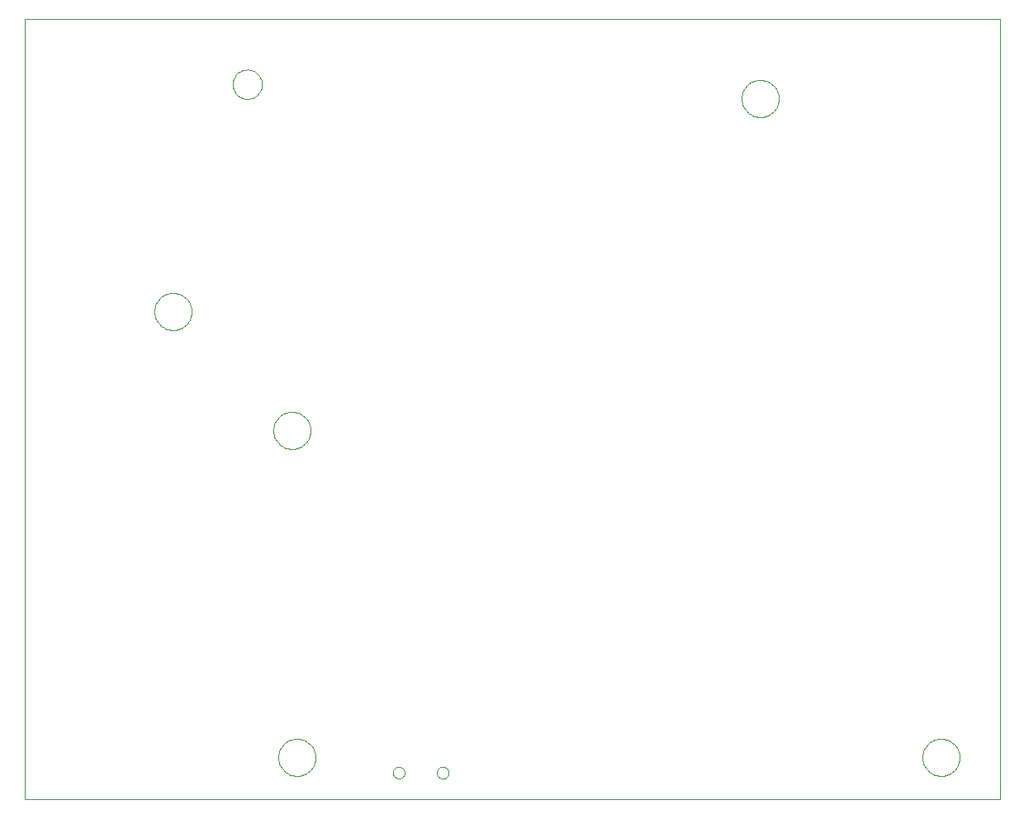
<source format=gko>
G75*
G70*
%OFA0B0*%
%FSLAX24Y24*%
%IPPOS*%
%LPD*%
%AMOC8*
5,1,8,0,0,1.08239X$1,22.5*
%
%ADD10C,0.0000*%
D10*
X001700Y027810D02*
X001700Y059306D01*
X041070Y059306D01*
X041070Y027810D01*
X001700Y027810D01*
X011950Y029510D02*
X011952Y029564D01*
X011958Y029618D01*
X011968Y029671D01*
X011981Y029724D01*
X011998Y029775D01*
X012019Y029825D01*
X012044Y029873D01*
X012072Y029920D01*
X012103Y029964D01*
X012137Y030006D01*
X012174Y030045D01*
X012214Y030082D01*
X012257Y030115D01*
X012302Y030146D01*
X012349Y030173D01*
X012397Y030196D01*
X012448Y030216D01*
X012499Y030233D01*
X012552Y030245D01*
X012605Y030254D01*
X012659Y030259D01*
X012714Y030260D01*
X012768Y030257D01*
X012821Y030250D01*
X012874Y030239D01*
X012927Y030225D01*
X012978Y030207D01*
X013027Y030185D01*
X013075Y030160D01*
X013121Y030131D01*
X013165Y030099D01*
X013206Y030064D01*
X013244Y030026D01*
X013280Y029985D01*
X013313Y029942D01*
X013343Y029897D01*
X013369Y029849D01*
X013392Y029800D01*
X013411Y029749D01*
X013426Y029698D01*
X013438Y029645D01*
X013446Y029591D01*
X013450Y029537D01*
X013450Y029483D01*
X013446Y029429D01*
X013438Y029375D01*
X013426Y029322D01*
X013411Y029271D01*
X013392Y029220D01*
X013369Y029171D01*
X013343Y029123D01*
X013313Y029078D01*
X013280Y029035D01*
X013244Y028994D01*
X013206Y028956D01*
X013165Y028921D01*
X013121Y028889D01*
X013075Y028860D01*
X013027Y028835D01*
X012978Y028813D01*
X012927Y028795D01*
X012874Y028781D01*
X012821Y028770D01*
X012768Y028763D01*
X012714Y028760D01*
X012659Y028761D01*
X012605Y028766D01*
X012552Y028775D01*
X012499Y028787D01*
X012448Y028804D01*
X012397Y028824D01*
X012349Y028847D01*
X012302Y028874D01*
X012257Y028905D01*
X012214Y028938D01*
X012174Y028975D01*
X012137Y029014D01*
X012103Y029056D01*
X012072Y029100D01*
X012044Y029147D01*
X012019Y029195D01*
X011998Y029245D01*
X011981Y029296D01*
X011968Y029349D01*
X011958Y029402D01*
X011952Y029456D01*
X011950Y029510D01*
X016578Y028893D02*
X016580Y028923D01*
X016586Y028953D01*
X016595Y028982D01*
X016608Y029009D01*
X016625Y029034D01*
X016644Y029057D01*
X016667Y029078D01*
X016692Y029095D01*
X016718Y029109D01*
X016747Y029119D01*
X016776Y029126D01*
X016806Y029129D01*
X016837Y029128D01*
X016867Y029123D01*
X016896Y029114D01*
X016923Y029102D01*
X016949Y029087D01*
X016973Y029068D01*
X016994Y029046D01*
X017012Y029022D01*
X017027Y028995D01*
X017038Y028967D01*
X017046Y028938D01*
X017050Y028908D01*
X017050Y028878D01*
X017046Y028848D01*
X017038Y028819D01*
X017027Y028791D01*
X017012Y028764D01*
X016994Y028740D01*
X016973Y028718D01*
X016949Y028699D01*
X016923Y028684D01*
X016896Y028672D01*
X016867Y028663D01*
X016837Y028658D01*
X016806Y028657D01*
X016776Y028660D01*
X016747Y028667D01*
X016718Y028677D01*
X016692Y028691D01*
X016667Y028708D01*
X016644Y028729D01*
X016625Y028752D01*
X016608Y028777D01*
X016595Y028804D01*
X016586Y028833D01*
X016580Y028863D01*
X016578Y028893D01*
X018350Y028893D02*
X018352Y028923D01*
X018358Y028953D01*
X018367Y028982D01*
X018380Y029009D01*
X018397Y029034D01*
X018416Y029057D01*
X018439Y029078D01*
X018464Y029095D01*
X018490Y029109D01*
X018519Y029119D01*
X018548Y029126D01*
X018578Y029129D01*
X018609Y029128D01*
X018639Y029123D01*
X018668Y029114D01*
X018695Y029102D01*
X018721Y029087D01*
X018745Y029068D01*
X018766Y029046D01*
X018784Y029022D01*
X018799Y028995D01*
X018810Y028967D01*
X018818Y028938D01*
X018822Y028908D01*
X018822Y028878D01*
X018818Y028848D01*
X018810Y028819D01*
X018799Y028791D01*
X018784Y028764D01*
X018766Y028740D01*
X018745Y028718D01*
X018721Y028699D01*
X018695Y028684D01*
X018668Y028672D01*
X018639Y028663D01*
X018609Y028658D01*
X018578Y028657D01*
X018548Y028660D01*
X018519Y028667D01*
X018490Y028677D01*
X018464Y028691D01*
X018439Y028708D01*
X018416Y028729D01*
X018397Y028752D01*
X018380Y028777D01*
X018367Y028804D01*
X018358Y028833D01*
X018352Y028863D01*
X018350Y028893D01*
X011750Y042710D02*
X011752Y042764D01*
X011758Y042818D01*
X011768Y042871D01*
X011781Y042924D01*
X011798Y042975D01*
X011819Y043025D01*
X011844Y043073D01*
X011872Y043120D01*
X011903Y043164D01*
X011937Y043206D01*
X011974Y043245D01*
X012014Y043282D01*
X012057Y043315D01*
X012102Y043346D01*
X012149Y043373D01*
X012197Y043396D01*
X012248Y043416D01*
X012299Y043433D01*
X012352Y043445D01*
X012405Y043454D01*
X012459Y043459D01*
X012514Y043460D01*
X012568Y043457D01*
X012621Y043450D01*
X012674Y043439D01*
X012727Y043425D01*
X012778Y043407D01*
X012827Y043385D01*
X012875Y043360D01*
X012921Y043331D01*
X012965Y043299D01*
X013006Y043264D01*
X013044Y043226D01*
X013080Y043185D01*
X013113Y043142D01*
X013143Y043097D01*
X013169Y043049D01*
X013192Y043000D01*
X013211Y042949D01*
X013226Y042898D01*
X013238Y042845D01*
X013246Y042791D01*
X013250Y042737D01*
X013250Y042683D01*
X013246Y042629D01*
X013238Y042575D01*
X013226Y042522D01*
X013211Y042471D01*
X013192Y042420D01*
X013169Y042371D01*
X013143Y042323D01*
X013113Y042278D01*
X013080Y042235D01*
X013044Y042194D01*
X013006Y042156D01*
X012965Y042121D01*
X012921Y042089D01*
X012875Y042060D01*
X012827Y042035D01*
X012778Y042013D01*
X012727Y041995D01*
X012674Y041981D01*
X012621Y041970D01*
X012568Y041963D01*
X012514Y041960D01*
X012459Y041961D01*
X012405Y041966D01*
X012352Y041975D01*
X012299Y041987D01*
X012248Y042004D01*
X012197Y042024D01*
X012149Y042047D01*
X012102Y042074D01*
X012057Y042105D01*
X012014Y042138D01*
X011974Y042175D01*
X011937Y042214D01*
X011903Y042256D01*
X011872Y042300D01*
X011844Y042347D01*
X011819Y042395D01*
X011798Y042445D01*
X011781Y042496D01*
X011768Y042549D01*
X011758Y042602D01*
X011752Y042656D01*
X011750Y042710D01*
X006950Y047510D02*
X006952Y047564D01*
X006958Y047618D01*
X006968Y047671D01*
X006981Y047724D01*
X006998Y047775D01*
X007019Y047825D01*
X007044Y047873D01*
X007072Y047920D01*
X007103Y047964D01*
X007137Y048006D01*
X007174Y048045D01*
X007214Y048082D01*
X007257Y048115D01*
X007302Y048146D01*
X007349Y048173D01*
X007397Y048196D01*
X007448Y048216D01*
X007499Y048233D01*
X007552Y048245D01*
X007605Y048254D01*
X007659Y048259D01*
X007714Y048260D01*
X007768Y048257D01*
X007821Y048250D01*
X007874Y048239D01*
X007927Y048225D01*
X007978Y048207D01*
X008027Y048185D01*
X008075Y048160D01*
X008121Y048131D01*
X008165Y048099D01*
X008206Y048064D01*
X008244Y048026D01*
X008280Y047985D01*
X008313Y047942D01*
X008343Y047897D01*
X008369Y047849D01*
X008392Y047800D01*
X008411Y047749D01*
X008426Y047698D01*
X008438Y047645D01*
X008446Y047591D01*
X008450Y047537D01*
X008450Y047483D01*
X008446Y047429D01*
X008438Y047375D01*
X008426Y047322D01*
X008411Y047271D01*
X008392Y047220D01*
X008369Y047171D01*
X008343Y047123D01*
X008313Y047078D01*
X008280Y047035D01*
X008244Y046994D01*
X008206Y046956D01*
X008165Y046921D01*
X008121Y046889D01*
X008075Y046860D01*
X008027Y046835D01*
X007978Y046813D01*
X007927Y046795D01*
X007874Y046781D01*
X007821Y046770D01*
X007768Y046763D01*
X007714Y046760D01*
X007659Y046761D01*
X007605Y046766D01*
X007552Y046775D01*
X007499Y046787D01*
X007448Y046804D01*
X007397Y046824D01*
X007349Y046847D01*
X007302Y046874D01*
X007257Y046905D01*
X007214Y046938D01*
X007174Y046975D01*
X007137Y047014D01*
X007103Y047056D01*
X007072Y047100D01*
X007044Y047147D01*
X007019Y047195D01*
X006998Y047245D01*
X006981Y047296D01*
X006968Y047349D01*
X006958Y047402D01*
X006952Y047456D01*
X006950Y047510D01*
X010109Y056684D02*
X010111Y056732D01*
X010117Y056780D01*
X010127Y056827D01*
X010140Y056873D01*
X010158Y056918D01*
X010178Y056962D01*
X010203Y057004D01*
X010231Y057043D01*
X010261Y057080D01*
X010295Y057114D01*
X010332Y057146D01*
X010370Y057175D01*
X010411Y057200D01*
X010454Y057222D01*
X010499Y057240D01*
X010545Y057254D01*
X010592Y057265D01*
X010640Y057272D01*
X010688Y057275D01*
X010736Y057274D01*
X010784Y057269D01*
X010832Y057260D01*
X010878Y057248D01*
X010923Y057231D01*
X010967Y057211D01*
X011009Y057188D01*
X011049Y057161D01*
X011087Y057131D01*
X011122Y057098D01*
X011154Y057062D01*
X011184Y057024D01*
X011210Y056983D01*
X011232Y056940D01*
X011252Y056896D01*
X011267Y056851D01*
X011279Y056804D01*
X011287Y056756D01*
X011291Y056708D01*
X011291Y056660D01*
X011287Y056612D01*
X011279Y056564D01*
X011267Y056517D01*
X011252Y056472D01*
X011232Y056428D01*
X011210Y056385D01*
X011184Y056344D01*
X011154Y056306D01*
X011122Y056270D01*
X011087Y056237D01*
X011049Y056207D01*
X011009Y056180D01*
X010967Y056157D01*
X010923Y056137D01*
X010878Y056120D01*
X010832Y056108D01*
X010784Y056099D01*
X010736Y056094D01*
X010688Y056093D01*
X010640Y056096D01*
X010592Y056103D01*
X010545Y056114D01*
X010499Y056128D01*
X010454Y056146D01*
X010411Y056168D01*
X010370Y056193D01*
X010332Y056222D01*
X010295Y056254D01*
X010261Y056288D01*
X010231Y056325D01*
X010203Y056364D01*
X010178Y056406D01*
X010158Y056450D01*
X010140Y056495D01*
X010127Y056541D01*
X010117Y056588D01*
X010111Y056636D01*
X010109Y056684D01*
X030650Y056110D02*
X030652Y056164D01*
X030658Y056218D01*
X030668Y056271D01*
X030681Y056324D01*
X030698Y056375D01*
X030719Y056425D01*
X030744Y056473D01*
X030772Y056520D01*
X030803Y056564D01*
X030837Y056606D01*
X030874Y056645D01*
X030914Y056682D01*
X030957Y056715D01*
X031002Y056746D01*
X031049Y056773D01*
X031097Y056796D01*
X031148Y056816D01*
X031199Y056833D01*
X031252Y056845D01*
X031305Y056854D01*
X031359Y056859D01*
X031414Y056860D01*
X031468Y056857D01*
X031521Y056850D01*
X031574Y056839D01*
X031627Y056825D01*
X031678Y056807D01*
X031727Y056785D01*
X031775Y056760D01*
X031821Y056731D01*
X031865Y056699D01*
X031906Y056664D01*
X031944Y056626D01*
X031980Y056585D01*
X032013Y056542D01*
X032043Y056497D01*
X032069Y056449D01*
X032092Y056400D01*
X032111Y056349D01*
X032126Y056298D01*
X032138Y056245D01*
X032146Y056191D01*
X032150Y056137D01*
X032150Y056083D01*
X032146Y056029D01*
X032138Y055975D01*
X032126Y055922D01*
X032111Y055871D01*
X032092Y055820D01*
X032069Y055771D01*
X032043Y055723D01*
X032013Y055678D01*
X031980Y055635D01*
X031944Y055594D01*
X031906Y055556D01*
X031865Y055521D01*
X031821Y055489D01*
X031775Y055460D01*
X031727Y055435D01*
X031678Y055413D01*
X031627Y055395D01*
X031574Y055381D01*
X031521Y055370D01*
X031468Y055363D01*
X031414Y055360D01*
X031359Y055361D01*
X031305Y055366D01*
X031252Y055375D01*
X031199Y055387D01*
X031148Y055404D01*
X031097Y055424D01*
X031049Y055447D01*
X031002Y055474D01*
X030957Y055505D01*
X030914Y055538D01*
X030874Y055575D01*
X030837Y055614D01*
X030803Y055656D01*
X030772Y055700D01*
X030744Y055747D01*
X030719Y055795D01*
X030698Y055845D01*
X030681Y055896D01*
X030668Y055949D01*
X030658Y056002D01*
X030652Y056056D01*
X030650Y056110D01*
X037950Y029510D02*
X037952Y029564D01*
X037958Y029618D01*
X037968Y029671D01*
X037981Y029724D01*
X037998Y029775D01*
X038019Y029825D01*
X038044Y029873D01*
X038072Y029920D01*
X038103Y029964D01*
X038137Y030006D01*
X038174Y030045D01*
X038214Y030082D01*
X038257Y030115D01*
X038302Y030146D01*
X038349Y030173D01*
X038397Y030196D01*
X038448Y030216D01*
X038499Y030233D01*
X038552Y030245D01*
X038605Y030254D01*
X038659Y030259D01*
X038714Y030260D01*
X038768Y030257D01*
X038821Y030250D01*
X038874Y030239D01*
X038927Y030225D01*
X038978Y030207D01*
X039027Y030185D01*
X039075Y030160D01*
X039121Y030131D01*
X039165Y030099D01*
X039206Y030064D01*
X039244Y030026D01*
X039280Y029985D01*
X039313Y029942D01*
X039343Y029897D01*
X039369Y029849D01*
X039392Y029800D01*
X039411Y029749D01*
X039426Y029698D01*
X039438Y029645D01*
X039446Y029591D01*
X039450Y029537D01*
X039450Y029483D01*
X039446Y029429D01*
X039438Y029375D01*
X039426Y029322D01*
X039411Y029271D01*
X039392Y029220D01*
X039369Y029171D01*
X039343Y029123D01*
X039313Y029078D01*
X039280Y029035D01*
X039244Y028994D01*
X039206Y028956D01*
X039165Y028921D01*
X039121Y028889D01*
X039075Y028860D01*
X039027Y028835D01*
X038978Y028813D01*
X038927Y028795D01*
X038874Y028781D01*
X038821Y028770D01*
X038768Y028763D01*
X038714Y028760D01*
X038659Y028761D01*
X038605Y028766D01*
X038552Y028775D01*
X038499Y028787D01*
X038448Y028804D01*
X038397Y028824D01*
X038349Y028847D01*
X038302Y028874D01*
X038257Y028905D01*
X038214Y028938D01*
X038174Y028975D01*
X038137Y029014D01*
X038103Y029056D01*
X038072Y029100D01*
X038044Y029147D01*
X038019Y029195D01*
X037998Y029245D01*
X037981Y029296D01*
X037968Y029349D01*
X037958Y029402D01*
X037952Y029456D01*
X037950Y029510D01*
M02*

</source>
